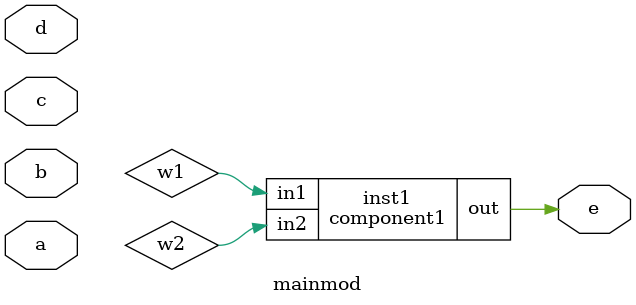
<source format=v>
module component1 (in1, in2, out); 
   input in1, in2; 
   output out; 
   assign out = (in1 & in2) | (~in1 & in2); 
endmodule 

module mainmod (a, b, c, d, e); 
   input a, b, c, d; 
   output e; 
   wire   w1, w2; and(a, b, w1);
   or(c, d, w2); 
   component1 inst1 (w1, w2, e); 
endmodule
</source>
